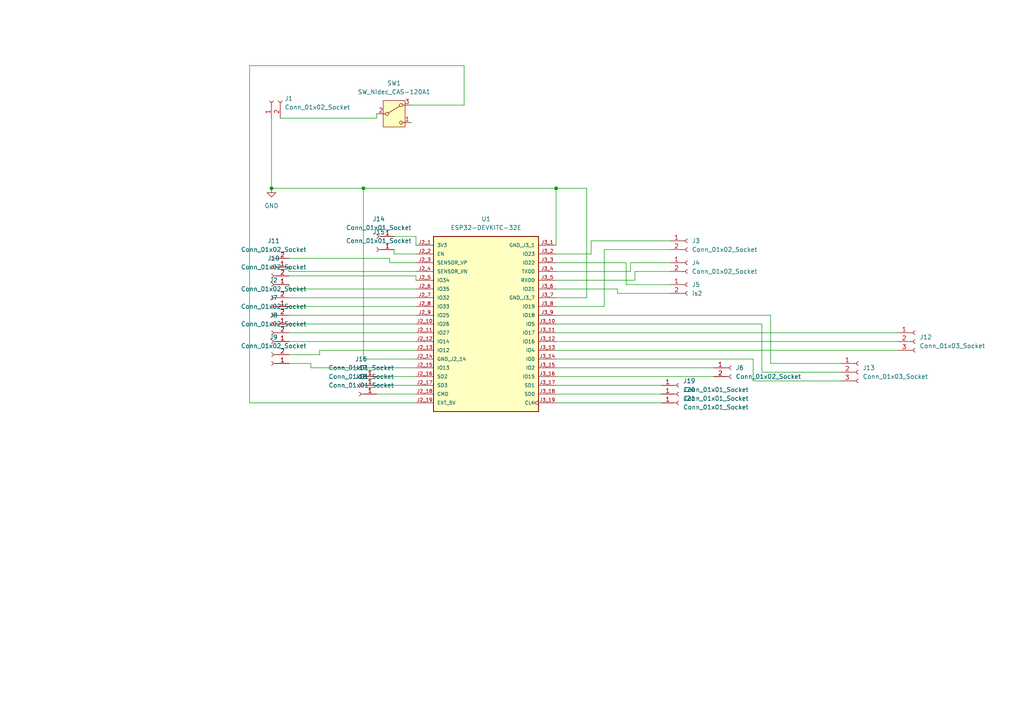
<source format=kicad_sch>
(kicad_sch (version 20231120) (generator "eeschema") (generator_version "8.0")
  (paper "A4")
  (lib_symbols
    (symbol "Connector:Conn_01x01_Socket" (pin_names (offset 1.016) hide)
      (property "Reference" "J" (at 0 2.54 0))
      (property "Value" "Conn_01x01_Socket" (at 0 -2.54 0))
      (symbol "Conn_01x01_Socket_1_1"
        (polyline (pts (xy -1.27 0) (xy -0.508 0)) (stroke (width 0.1524)))
        (arc (start 0 0.508) (mid -0.5058 0) (end 0 -0.508) (stroke (width 0.1524)))
        (pin passive line (at -5.08 0 0) (length 3.81) (name "Pin_1") (number "1"))
      )
    )
    (symbol "Connector:Conn_01x02_Socket" (pin_names (offset 1.016) hide)
      (property "Reference" "J" (at 0 2.54 0))
      (property "Value" "Conn_01x02_Socket" (at 0 -5.08 0))
      (symbol "Conn_01x02_Socket_1_1"
        (arc (start 0 -2.032) (mid -0.5058 -2.54) (end 0 -3.048) (stroke (width 0.1524)))
        (polyline (pts (xy -1.27 -2.54) (xy -0.508 -2.54)) (stroke (width 0.1524)))
        (polyline (pts (xy -1.27 0) (xy -0.508 0)) (stroke (width 0.1524)))
        (arc (start 0 0.508) (mid -0.5058 0) (end 0 -0.508) (stroke (width 0.1524)))
        (pin passive line (at -5.08 0 0) (length 3.81) (name "Pin_1") (number "1"))
        (pin passive line (at -5.08 -2.54 0) (length 3.81) (name "Pin_2") (number "2"))
      )
    )
    (symbol "Connector:Conn_01x03_Socket" (pin_names (offset 1.016) hide)
      (property "Reference" "J" (at 0 5.08 0))
      (property "Value" "Conn_01x03_Socket" (at 0 -5.08 0))
      (symbol "Conn_01x03_Socket_1_1"
        (arc (start 0 -2.032) (mid -0.5058 -2.54) (end 0 -3.048) (stroke (width 0.1524)))
        (polyline (pts (xy -1.27 -2.54) (xy -0.508 -2.54)) (stroke (width 0.1524)))
        (polyline (pts (xy -1.27 0) (xy -0.508 0)) (stroke (width 0.1524)))
        (polyline (pts (xy -1.27 2.54) (xy -0.508 2.54)) (stroke (width 0.1524)))
        (arc (start 0 0.508) (mid -0.5058 0) (end 0 -0.508) (stroke (width 0.1524)))
        (arc (start 0 3.048) (mid -0.5058 2.54) (end 0 2.032) (stroke (width 0.1524)))
        (pin passive line (at -5.08 2.54 0) (length 3.81) (name "Pin_1") (number "1"))
        (pin passive line (at -5.08 0 0) (length 3.81) (name "Pin_2") (number "2"))
        (pin passive line (at -5.08 -2.54 0) (length 3.81) (name "Pin_3") (number "3"))
      )
    )
    (symbol "ESP32-DEVKITC-32E:ESP32-DEVKITC-32E" (pin_names (offset 1.016))
      (property "Reference" "U" (at -15.24 26.162 0))
      (property "Value" "ESP32-DEVKITC-32E" (at -15.24 -27.94 0))
      (symbol "ESP32-DEVKITC-32E_0_0"
        (rectangle (start -15.24 -25.4) (end 15.24 25.4) (stroke (width 0.254)) (fill (type background)))
        (pin power_in line (at -20.32 22.86 0) (length 5.08) (name "3V3") (number "J2_1"))
        (pin bidirectional line (at -20.32 0 0) (length 5.08) (name "IO26") (number "J2_10"))
        (pin bidirectional line (at -20.32 -2.54 0) (length 5.08) (name "IO27") (number "J2_11"))
        (pin bidirectional line (at -20.32 -5.08 0) (length 5.08) (name "IO14") (number "J2_12"))
        (pin bidirectional line (at -20.32 -7.62 0) (length 5.08) (name "IO12") (number "J2_13"))
        (pin power_in line (at -20.32 -10.16 0) (length 5.08) (name "GND_J2_14") (number "J2_14"))
        (pin bidirectional line (at -20.32 -12.7 0) (length 5.08) (name "IO13") (number "J2_15"))
        (pin bidirectional line (at -20.32 -15.24 0) (length 5.08) (name "SD2") (number "J2_16"))
        (pin bidirectional line (at -20.32 -17.78 0) (length 5.08) (name "SD3") (number "J2_17"))
        (pin bidirectional line (at -20.32 -20.32 0) (length 5.08) (name "CMD") (number "J2_18"))
        (pin power_in line (at -20.32 -22.86 0) (length 5.08) (name "EXT_5V") (number "J2_19"))
        (pin input line (at -20.32 20.32 0) (length 5.08) (name "EN") (number "J2_2"))
        (pin bidirectional line (at -20.32 17.78 0) (length 5.08) (name "SENSOR_VP") (number "J2_3"))
        (pin bidirectional line (at -20.32 15.24 0) (length 5.08) (name "SENSOR_VN") (number "J2_4"))
        (pin bidirectional line (at -20.32 12.7 0) (length 5.08) (name "IO34") (number "J2_5"))
        (pin bidirectional line (at -20.32 10.16 0) (length 5.08) (name "IO35") (number "J2_6"))
        (pin bidirectional line (at -20.32 7.62 0) (length 5.08) (name "IO32") (number "J2_7"))
        (pin bidirectional line (at -20.32 5.08 0) (length 5.08) (name "IO33") (number "J2_8"))
        (pin bidirectional line (at -20.32 2.54 0) (length 5.08) (name "IO25") (number "J2_9"))
        (pin power_in line (at 20.32 22.86 180) (length 5.08) (name "GND_J3_1") (number "J3_1"))
        (pin bidirectional line (at 20.32 0 180) (length 5.08) (name "IO5") (number "J3_10"))
        (pin bidirectional line (at 20.32 -2.54 180) (length 5.08) (name "IO17") (number "J3_11"))
        (pin bidirectional line (at 20.32 -5.08 180) (length 5.08) (name "IO16") (number "J3_12"))
        (pin bidirectional line (at 20.32 -7.62 180) (length 5.08) (name "IO4") (number "J3_13"))
        (pin bidirectional line (at 20.32 -10.16 180) (length 5.08) (name "IO0") (number "J3_14"))
        (pin bidirectional line (at 20.32 -12.7 180) (length 5.08) (name "IO2") (number "J3_15"))
        (pin bidirectional line (at 20.32 -15.24 180) (length 5.08) (name "IO15") (number "J3_16"))
        (pin bidirectional line (at 20.32 -17.78 180) (length 5.08) (name "SD1") (number "J3_17"))
        (pin bidirectional line (at 20.32 -20.32 180) (length 5.08) (name "SD0") (number "J3_18"))
        (pin bidirectional clock (at 20.32 -22.86 180) (length 5.08) (name "CLK") (number "J3_19"))
        (pin bidirectional line (at 20.32 20.32 180) (length 5.08) (name "IO23") (number "J3_2"))
        (pin bidirectional line (at 20.32 17.78 180) (length 5.08) (name "IO22") (number "J3_3"))
        (pin bidirectional line (at 20.32 15.24 180) (length 5.08) (name "TXD0") (number "J3_4"))
        (pin bidirectional line (at 20.32 12.7 180) (length 5.08) (name "RXD0") (number "J3_5"))
        (pin bidirectional line (at 20.32 10.16 180) (length 5.08) (name "IO21") (number "J3_6"))
        (pin power_in line (at 20.32 7.62 180) (length 5.08) (name "GND_J3_7") (number "J3_7"))
        (pin bidirectional line (at 20.32 5.08 180) (length 5.08) (name "IO19") (number "J3_8"))
        (pin bidirectional line (at 20.32 2.54 180) (length 5.08) (name "IO18") (number "J3_9"))
      )
    )
    (symbol "Switch:SW_Nidec_CAS-120A1" (pin_names (offset 1) hide)
      (property "Reference" "SW" (at 0 4.318 0))
      (property "Value" "SW_Nidec_CAS-120A1" (at 0 -5.08 0))
      (symbol "SW_Nidec_CAS-120A1_0_1"
        (circle (center -2.032 0) (radius 0.4572))
        (polyline (pts (xy -1.651 0.254) (xy 1.651 2.286)))
        (circle (center 2.032 -2.54) (radius 0.4572))
        (circle (center 2.032 2.54) (radius 0.4572))
      )
      (symbol "SW_Nidec_CAS-120A1_1_1"
        (rectangle (start -3.175 3.81) (end 3.175 -3.81) (fill (type background)))
        (pin passive line (at 5.08 -2.54 180) (length 2.54) (name "C") (number "1"))
        (pin passive line (at -5.08 0 0) (length 2.54) (name "B") (number "2"))
        (pin passive line (at 5.08 2.54 180) (length 2.54) (name "A") (number "3"))
      )
    )
    (symbol "power:GND" (power) (pin_numbers hide) (pin_names (offset 0) hide)
      (property "Value" "GND" (at 0 -3.81 0))
      (symbol "GND_0_1"
        (polyline (pts (xy 0 0) (xy 0 -1.27) (xy 1.27 -1.27) (xy 0 -2.54) (xy -1.27 -1.27) (xy 0 -1.27)))
      )
      (symbol "GND_1_1"
        (pin power_in line (at 0 0 270) (length 0) (name "~") (number "1"))
      )
    )
  )
  (junction (at 105.41 54.61))
  (junction (at 78.74 54.61))
  (junction (at 161.29 54.61))
  (wire (pts (xy 134.62 30.48) (xy 119.38 30.48)))
  (wire (pts (xy 161.29 91.44) (xy 223.52 91.44)))
  (wire (pts (xy 72.39 19.05) (xy 134.62 19.05)))
  (wire (pts (xy 83.82 88.9) (xy 120.65 88.9)))
  (wire (pts (xy 114.3 68.58) (xy 120.65 68.58)))
  (wire (pts (xy 83.82 78.74) (xy 83.82 77.47)))
  (wire (pts (xy 105.41 104.14) (xy 105.41 54.61)))
  (wire (pts (xy 120.65 73.66) (xy 114.3 73.66)))
  (wire (pts (xy 161.29 109.22) (xy 207.01 109.22)))
  (wire (pts (xy 92.71 102.87) (xy 92.71 101.6)))
  (wire (pts (xy 83.82 83.82) (xy 83.82 82.55)))
  (wire (pts (xy 72.39 116.84) (xy 72.39 19.05)))
  (wire (pts (xy 120.65 78.74) (xy 83.82 78.74)))
  (wire (pts (xy 113.03 76.2) (xy 120.65 76.2)))
  (wire (pts (xy 161.29 81.28) (xy 184.15 81.28)))
  (wire (pts (xy 83.82 80.01) (xy 120.65 80.01)))
  (wire (pts (xy 83.82 91.44) (xy 120.65 91.44)))
  (wire (pts (xy 161.29 88.9) (xy 175.26 88.9)))
  (wire (pts (xy 83.82 96.52) (xy 120.65 96.52)))
  (wire (pts (xy 171.45 73.66) (xy 171.45 69.85)))
  (wire (pts (xy 161.29 101.6) (xy 260.35 101.6)))
  (wire (pts (xy 161.29 106.68) (xy 207.01 106.68)))
  (wire (pts (xy 179.07 85.09) (xy 194.31 85.09)))
  (wire (pts (xy 120.65 106.68) (xy 90.17 106.68)))
  (wire (pts (xy 134.62 19.05) (xy 134.62 30.48)))
  (wire (pts (xy 113.03 74.93) (xy 113.03 76.2)))
  (wire (pts (xy 181.61 76.2) (xy 181.61 82.55)))
  (wire (pts (xy 120.65 68.58) (xy 120.65 71.12)))
  (wire (pts (xy 78.74 34.29) (xy 78.74 54.61)))
  (wire (pts (xy 181.61 82.55) (xy 194.31 82.55)))
  (wire (pts (xy 161.29 96.52) (xy 260.35 96.52)))
  (wire (pts (xy 161.29 83.82) (xy 179.07 83.82)))
  (wire (pts (xy 179.07 83.82) (xy 179.07 85.09)))
  (wire (pts (xy 90.17 105.41) (xy 90.17 106.68)))
  (wire (pts (xy 120.65 80.01) (xy 120.65 81.28)))
  (wire (pts (xy 114.3 73.66) (xy 114.3 72.39)))
  (wire (pts (xy 83.82 99.06) (xy 120.65 99.06)))
  (wire (pts (xy 182.88 76.2) (xy 194.31 76.2)))
  (wire (pts (xy 161.29 114.3) (xy 191.77 114.3)))
  (wire (pts (xy 83.82 86.36) (xy 120.65 86.36)))
  (wire (pts (xy 83.82 102.87) (xy 92.71 102.87)))
  (wire (pts (xy 171.45 69.85) (xy 194.31 69.85)))
  (wire (pts (xy 223.52 105.41) (xy 243.84 105.41)))
  (wire (pts (xy 175.26 72.39) (xy 194.31 72.39)))
  (wire (pts (xy 105.41 54.61) (xy 161.29 54.61)))
  (wire (pts (xy 120.65 104.14) (xy 105.41 104.14)))
  (wire (pts (xy 184.15 78.74) (xy 194.31 78.74)))
  (wire (pts (xy 161.29 99.06) (xy 260.35 99.06)))
  (wire (pts (xy 175.26 88.9) (xy 175.26 72.39)))
  (wire (pts (xy 109.22 109.22) (xy 120.65 109.22)))
  (wire (pts (xy 220.98 93.98) (xy 220.98 107.95)))
  (wire (pts (xy 170.18 54.61) (xy 161.29 54.61)))
  (wire (pts (xy 161.29 116.84) (xy 191.77 116.84)))
  (wire (pts (xy 220.98 107.95) (xy 243.84 107.95)))
  (wire (pts (xy 161.29 54.61) (xy 161.29 71.12)))
  (wire (pts (xy 92.71 101.6) (xy 120.65 101.6)))
  (wire (pts (xy 161.29 111.76) (xy 191.77 111.76)))
  (wire (pts (xy 81.28 34.29) (xy 109.22 34.29)))
  (wire (pts (xy 223.52 91.44) (xy 223.52 105.41)))
  (wire (pts (xy 120.65 116.84) (xy 72.39 116.84)))
  (wire (pts (xy 109.22 114.3) (xy 120.65 114.3)))
  (wire (pts (xy 90.17 105.41) (xy 83.82 105.41)))
  (wire (pts (xy 161.29 86.36) (xy 170.18 86.36)))
  (wire (pts (xy 170.18 86.36) (xy 170.18 54.61)))
  (wire (pts (xy 161.29 73.66) (xy 171.45 73.66)))
  (wire (pts (xy 182.88 78.74) (xy 182.88 76.2)))
  (wire (pts (xy 161.29 104.14) (xy 218.44 104.14)))
  (wire (pts (xy 83.82 74.93) (xy 113.03 74.93)))
  (wire (pts (xy 161.29 93.98) (xy 220.98 93.98)))
  (wire (pts (xy 83.82 93.98) (xy 120.65 93.98)))
  (wire (pts (xy 109.22 34.29) (xy 109.22 33.02)))
  (wire (pts (xy 109.22 111.76) (xy 120.65 111.76)))
  (wire (pts (xy 161.29 76.2) (xy 181.61 76.2)))
  (wire (pts (xy 218.44 104.14) (xy 218.44 110.49)))
  (wire (pts (xy 161.29 78.74) (xy 182.88 78.74)))
  (wire (pts (xy 184.15 81.28) (xy 184.15 78.74)))
  (wire (pts (xy 78.74 54.61) (xy 105.41 54.61)))
  (wire (pts (xy 120.65 83.82) (xy 83.82 83.82)))
  (wire (pts (xy 218.44 110.49) (xy 243.84 110.49)))
  (symbol (lib_id "Connector:Conn_01x02_Socket") (at 78.74 105.41 180) (unit 1)
    (property "Reference" "J9" (at 79.375 97.79 0))
    (property "Value" "Conn_01x02_Socket" (at 79.375 100.33 0))
    (property "Footprint" "Connector_JST:JST_EH_B2B-EH-A_1x02_P2.50mm_Vertical" (effects (hide yes)))
    (property "Description" "Generic connector, single row, 01x02, script generated" (effects (hide yes)))
  )
  (symbol (lib_id "Connector:Conn_01x01_Socket") (at 196.85 114.3 0) (unit 1)
    (property "Reference" "J20" (at 198.12 113.0299 0) (effects (justify left)))
    (property "Value" "Conn_01x01_Socket" (at 198.12 115.5699 0) (effects (justify left)))
    (property "Footprint" "Connector_JST:JST_XH_B1B-XH-AM_1x01_P2.50mm_Vertical" (effects (hide yes)))
    (property "Description" "Generic connector, single row, 01x01, script generated" (effects (hide yes)))
  )
  (symbol (lib_id "Connector:Conn_01x01_Socket") (at 104.14 111.76 180) (unit 1)
    (property "Reference" "J17" (at 104.775 106.68 0))
    (property "Value" "Conn_01x01_Socket" (at 104.775 109.22 0))
    (property "Footprint" "Connector_JST:JST_XH_B1B-XH-AM_1x01_P2.50mm_Vertical" (effects (hide yes)))
    (property "Description" "Generic connector, single row, 01x01, script generated" (effects (hide yes)))
  )
  (symbol (lib_id "Connector:Conn_01x02_Socket") (at 78.74 93.98 180) (unit 1)
    (property "Reference" "J7" (at 79.375 86.36 0))
    (property "Value" "Conn_01x02_Socket" (at 79.375 88.9 0))
    (property "Footprint" "Connector_JST:JST_EH_B2B-EH-A_1x02_P2.50mm_Vertical" (effects (hide yes)))
    (property "Description" "Generic connector, single row, 01x02, script generated" (effects (hide yes)))
  )
  (symbol (lib_id "Connector:Conn_01x02_Socket") (at 78.74 82.55 180) (unit 1)
    (property "Reference" "J10" (at 79.375 74.93 0))
    (property "Value" "Conn_01x02_Socket" (at 79.375 77.47 0))
    (property "Footprint" "Connector_JST:JST_EH_B2B-EH-A_1x02_P2.50mm_Vertical" (effects (hide yes)))
    (property "Description" "Generic connector, single row, 01x02, script generated" (effects (hide yes)))
  )
  (symbol (lib_id "Connector:Conn_01x03_Socket") (at 265.43 99.06 0) (unit 1)
    (property "Reference" "J12" (at 266.7 97.7899 0) (effects (justify left)))
    (property "Value" "Conn_01x03_Socket" (at 266.7 100.3299 0) (effects (justify left)))
    (property "Footprint" "Connector_JST:JST_EH_B3B-EH-A_1x03_P2.50mm_Vertical" (effects (hide yes)))
    (property "Description" "Generic connector, single row, 01x03, script generated" (effects (hide yes)))
  )
  (symbol (lib_id "Connector:Conn_01x02_Socket") (at 78.74 29.21 90) (unit 1)
    (property "Reference" "J1" (at 82.55 28.5749 90) (effects (justify right)))
    (property "Value" "Conn_01x02_Socket" (at 82.55 31.1149 90) (effects (justify right)))
    (property "Footprint" "Connector_JST:JST_XH_B2B-XH-AM_1x02_P2.50mm_Vertical" (effects (hide yes)))
    (property "Description" "Generic connector, single row, 01x02, script generated" (effects (hide yes)))
  )
  (symbol (lib_id "Connector:Conn_01x01_Socket") (at 196.85 116.84 0) (unit 1)
    (property "Reference" "J21" (at 198.12 115.5699 0) (effects (justify left)))
    (property "Value" "Conn_01x01_Socket" (at 198.12 118.1099 0) (effects (justify left)))
    (property "Footprint" "Connector_JST:JST_XH_B1B-XH-AM_1x01_P2.50mm_Vertical" (effects (hide yes)))
    (property "Description" "Generic connector, single row, 01x01, script generated" (effects (hide yes)))
  )
  (symbol (lib_id "Connector:Conn_01x02_Socket") (at 199.39 76.2 0) (unit 1)
    (property "Reference" "J4" (at 200.66 76.1999 0) (effects (justify left)))
    (property "Value" "Conn_01x02_Socket" (at 200.66 78.7399 0) (effects (justify left)))
    (property "Footprint" "Connector_JST:JST_EH_B2B-EH-A_1x02_P2.50mm_Vertical" (effects (hide yes)))
    (property "Description" "Generic connector, single row, 01x02, script generated" (effects (hide yes)))
  )
  (symbol (lib_id "Connector:Conn_01x02_Socket") (at 199.39 82.55 0) (unit 1)
    (property "Reference" "J5" (at 200.66 82.5499 0) (effects (justify left)))
    (property "Value" "is2" (at 200.66 85.0899 0) (effects (justify left)))
    (property "Footprint" "Connector_JST:JST_EH_B2B-EH-A_1x02_P2.50mm_Vertical" (effects (hide yes)))
    (property "Description" "Generic connector, single row, 01x02, script generated" (effects (hide yes)))
  )
  (symbol (lib_id "Connector:Conn_01x02_Socket") (at 78.74 99.06 180) (unit 1)
    (property "Reference" "J8" (at 79.375 91.44 0))
    (property "Value" "Conn_01x02_Socket" (at 79.375 93.98 0))
    (property "Footprint" "Connector_JST:JST_EH_B2B-EH-A_1x02_P2.50mm_Vertical" (effects (hide yes)))
    (property "Description" "Generic connector, single row, 01x02, script generated" (effects (hide yes)))
  )
  (symbol (lib_id "Switch:SW_Nidec_CAS-120A1") (at 114.3 33.02 0) (unit 1)
    (property "Reference" "SW1" (at 114.3 24.13 0))
    (property "Value" "SW_Nidec_CAS-120A1" (at 114.3 26.67 0))
    (property "Footprint" "TerminalBlock:TerminalBlock_Xinya_XY308-2.54-3P_1x03_P2.54mm_Horizontal" (effects (hide yes)))
    (property "Datasheet" "https://www.nidec-components.com/e/catalog/switch/cas.pdf" (effects (hide yes)))
    (property "Description" "Switch, single pole double throw" (effects (hide yes)))
  )
  (symbol (lib_id "Connector:Conn_01x01_Socket") (at 109.22 72.39 180) (unit 1)
    (property "Reference" "J15" (at 109.855 67.31 0))
    (property "Value" "Conn_01x01_Socket" (at 109.855 69.85 0))
    (property "Footprint" "Connector_JST:JST_XH_B1B-XH-AM_1x01_P2.50mm_Vertical" (effects (hide yes)))
    (property "Description" "Generic connector, single row, 01x01, script generated" (effects (hide yes)))
  )
  (symbol (lib_id "Connector:Conn_01x02_Socket") (at 78.74 88.9 180) (unit 1)
    (property "Reference" "J2" (at 79.375 81.28 0))
    (property "Value" "Conn_01x02_Socket" (at 79.375 83.82 0))
    (property "Footprint" "Connector_JST:JST_EH_B2B-EH-A_1x02_P2.50mm_Vertical" (effects (hide yes)))
    (property "Description" "Generic connector, single row, 01x02, script generated" (effects (hide yes)))
  )
  (symbol (lib_id "Connector:Conn_01x02_Socket") (at 199.39 69.85 0) (unit 1)
    (property "Reference" "J3" (at 200.66 69.8499 0) (effects (justify left)))
    (property "Value" "Conn_01x02_Socket" (at 200.66 72.3899 0) (effects (justify left)))
    (property "Footprint" "Connector_JST:JST_EH_B2B-EH-A_1x02_P2.50mm_Vertical" (effects (hide yes)))
    (property "Description" "Generic connector, single row, 01x02, script generated" (effects (hide yes)))
  )
  (symbol (lib_id "Connector:Conn_01x01_Socket") (at 104.14 114.3 180) (unit 1)
    (property "Reference" "J18" (at 104.775 109.22 0))
    (property "Value" "Conn_01x01_Socket" (at 104.775 111.76 0))
    (property "Footprint" "Connector_JST:JST_XH_B1B-XH-AM_1x01_P2.50mm_Vertical" (effects (hide yes)))
    (property "Description" "Generic connector, single row, 01x01, script generated" (effects (hide yes)))
  )
  (symbol (lib_id "power:GND") (at 78.74 54.61 0) (unit 1)
    (property "Reference" "#PWR01" (effects (hide yes)))
    (property "Value" "GND" (at 78.74 59.69 0))
    (property "Description" "Power symbol creates a global label with name \"GND\" , ground" (effects (hide yes)))
  )
  (symbol (lib_id "Connector:Conn_01x02_Socket") (at 78.74 77.47 180) (unit 1)
    (property "Reference" "J11" (at 79.375 69.85 0))
    (property "Value" "Conn_01x02_Socket" (at 79.375 72.39 0))
    (property "Footprint" "Connector_JST:JST_EH_B2B-EH-A_1x02_P2.50mm_Vertical" (effects (hide yes)))
    (property "Description" "Generic connector, single row, 01x02, script generated" (effects (hide yes)))
  )
  (symbol (lib_id "Connector:Conn_01x03_Socket") (at 248.92 107.95 0) (unit 1)
    (property "Reference" "J13" (at 250.19 106.6799 0) (effects (justify left)))
    (property "Value" "Conn_01x03_Socket" (at 250.19 109.2199 0) (effects (justify left)))
    (property "Footprint" "Connector_JST:JST_EH_B3B-EH-A_1x03_P2.50mm_Vertical" (effects (hide yes)))
    (property "Description" "Generic connector, single row, 01x03, script generated" (effects (hide yes)))
  )
  (symbol (lib_id "Connector:Conn_01x02_Socket") (at 212.09 106.68 0) (unit 1)
    (property "Reference" "J6" (at 213.36 106.6799 0) (effects (justify left)))
    (property "Value" "Conn_01x02_Socket" (at 213.36 109.2199 0) (effects (justify left)))
    (property "Footprint" "Connector_JST:JST_EH_B2B-EH-A_1x02_P2.50mm_Vertical" (effects (hide yes)))
    (property "Description" "Generic connector, single row, 01x02, script generated" (effects (hide yes)))
  )
  (symbol (lib_id "ESP32-DEVKITC-32E:ESP32-DEVKITC-32E") (at 140.97 93.98 0) (unit 1)
    (property "Reference" "U1" (at 140.97 63.5 0))
    (property "Value" "ESP32-DEVKITC-32E" (at 140.97 66.04 0))
    (property "Footprint" "liblaly:MODULE_ESP32-DEVKITC-32E" (effects (hide yes)))
    (property "PARTREV" "1.4" (effects (hide yes)))
    (property "STANDARD" "Manufacturer Recommendations" (effects (hide yes)))
    (property "MANUFACTURER" "Espressif Systems" (effects (hide yes)))
  )
  (symbol (lib_id "Connector:Conn_01x01_Socket") (at 196.85 111.76 0) (unit 1)
    (property "Reference" "J19" (at 198.12 110.4899 0) (effects (justify left)))
    (property "Value" "Conn_01x01_Socket" (at 198.12 113.0299 0) (effects (justify left)))
    (property "Footprint" "Connector_JST:JST_XH_B1B-XH-AM_1x01_P2.50mm_Vertical" (effects (hide yes)))
    (property "Description" "Generic connector, single row, 01x01, script generated" (effects (hide yes)))
  )
  (symbol (lib_id "Connector:Conn_01x01_Socket") (at 109.22 68.58 180) (unit 1)
    (property "Reference" "J14" (at 109.855 63.5 0))
    (property "Value" "Conn_01x01_Socket" (at 109.855 66.04 0))
    (property "Footprint" "Connector_JST:JST_XH_B1B-XH-AM_1x01_P2.50mm_Vertical" (effects (hide yes)))
    (property "Description" "Generic connector, single row, 01x01, script generated" (effects (hide yes)))
  )
  (symbol (lib_id "Connector:Conn_01x01_Socket") (at 104.14 109.22 180) (unit 1)
    (property "Reference" "J16" (at 104.775 104.14 0))
    (property "Value" "Conn_01x01_Socket" (at 104.775 106.68 0))
    (property "Footprint" "Connector_JST:JST_XH_B1B-XH-AM_1x01_P2.50mm_Vertical" (effects (hide yes)))
    (property "Description" "Generic connector, single row, 01x01, script generated" (effects (hide yes)))
  )
)
</source>
